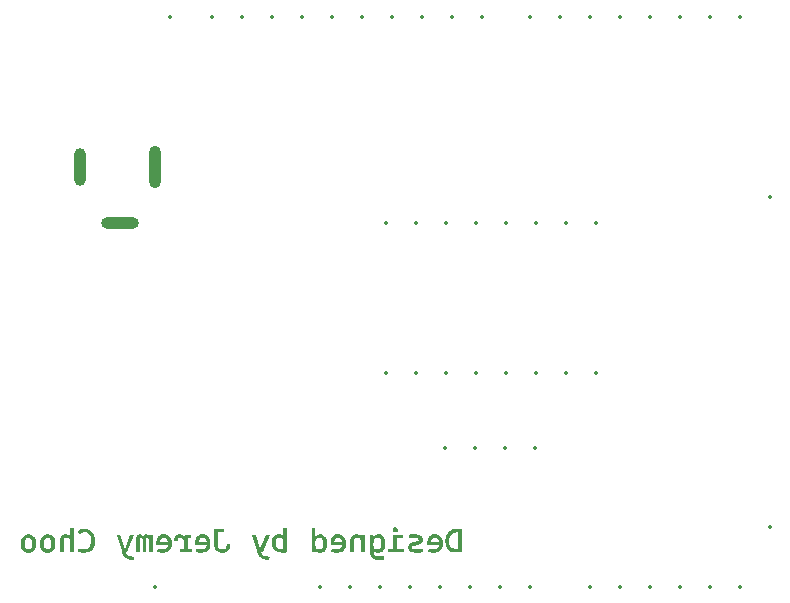
<source format=gbo>
%TF.GenerationSoftware,KiCad,Pcbnew,8.0.3*%
%TF.CreationDate,2024-07-23T15:51:26+08:00*%
%TF.ProjectId,Arduino Uno A4988 Shield,41726475-696e-46f2-9055-6e6f20413439,rev?*%
%TF.SameCoordinates,Original*%
%TF.FileFunction,Legend,Bot*%
%TF.FilePolarity,Positive*%
%FSLAX46Y46*%
G04 Gerber Fmt 4.6, Leading zero omitted, Abs format (unit mm)*
G04 Created by KiCad (PCBNEW 8.0.3) date 2024-07-23 15:51:26*
%MOMM*%
%LPD*%
G01*
G04 APERTURE LIST*
%ADD10C,0.300000*%
%ADD11C,0.350000*%
%ADD12O,1.000000X3.600000*%
%ADD13O,1.000000X3.200000*%
%ADD14O,3.200000X1.000000*%
G04 APERTURE END LIST*
D10*
G36*
X139976569Y-94554600D02*
G01*
X139488572Y-94554600D01*
X139432673Y-94553665D01*
X139326198Y-94546185D01*
X139226822Y-94531225D01*
X139091067Y-94494760D01*
X138971283Y-94441465D01*
X138867470Y-94371341D01*
X138779628Y-94284387D01*
X138707758Y-94180603D01*
X138651859Y-94059989D01*
X138611931Y-93922545D01*
X138594185Y-93821566D01*
X138583538Y-93713107D01*
X138579989Y-93597168D01*
X138899458Y-93597168D01*
X138904636Y-93716591D01*
X138920169Y-93824268D01*
X138946058Y-93920198D01*
X138996685Y-94029832D01*
X139065722Y-94118584D01*
X139153168Y-94186453D01*
X139259025Y-94233439D01*
X139383291Y-94259543D01*
X139488572Y-94265416D01*
X139659542Y-94265416D01*
X139659542Y-92874209D01*
X139488572Y-92874209D01*
X139452328Y-92874915D01*
X139350498Y-92885505D01*
X139230835Y-92919394D01*
X139129581Y-92975875D01*
X139046737Y-93054948D01*
X138982302Y-93156615D01*
X138946058Y-93247690D01*
X138920169Y-93351475D01*
X138904636Y-93467967D01*
X138899458Y-93597168D01*
X138579989Y-93597168D01*
X138583538Y-93474603D01*
X138594185Y-93359947D01*
X138611931Y-93253197D01*
X138636775Y-93154355D01*
X138687350Y-93020919D01*
X138753897Y-92905273D01*
X138836415Y-92807420D01*
X138934904Y-92727358D01*
X139049364Y-92665087D01*
X139179796Y-92620608D01*
X139275623Y-92600840D01*
X139378548Y-92588979D01*
X139488572Y-92585025D01*
X139976569Y-92585025D01*
X139976569Y-94554600D01*
G37*
G36*
X137723599Y-93023512D02*
G01*
X137835323Y-93035562D01*
X137936914Y-93062072D01*
X138028374Y-93103041D01*
X138109701Y-93158471D01*
X138180896Y-93228361D01*
X138222112Y-93282193D01*
X138273632Y-93372474D01*
X138312787Y-93474191D01*
X138339577Y-93587346D01*
X138352457Y-93690379D01*
X138356751Y-93801355D01*
X138353514Y-93893144D01*
X138340367Y-94000196D01*
X138317107Y-94098709D01*
X138275845Y-94205653D01*
X138220020Y-94300301D01*
X138149633Y-94382653D01*
X138080582Y-94441194D01*
X137986701Y-94498347D01*
X137880799Y-94541212D01*
X137783364Y-94566018D01*
X137677581Y-94580901D01*
X137563450Y-94585863D01*
X137474179Y-94584153D01*
X137372452Y-94579024D01*
X137323468Y-94575027D01*
X137223197Y-94562270D01*
X137119905Y-94544341D01*
X137159961Y-94255158D01*
X137255609Y-94272489D01*
X137353889Y-94286421D01*
X137430439Y-94293433D01*
X137530233Y-94296679D01*
X137582638Y-94295275D01*
X137690839Y-94281845D01*
X137785592Y-94254196D01*
X137875104Y-94206798D01*
X137946869Y-94143924D01*
X138003992Y-94059997D01*
X138038258Y-93960601D01*
X137059821Y-93960601D01*
X137052860Y-93856798D01*
X137050540Y-93753483D01*
X137051189Y-93709746D01*
X137051687Y-93702680D01*
X137345585Y-93702680D01*
X138051936Y-93702680D01*
X138034085Y-93597580D01*
X137996487Y-93498719D01*
X137940072Y-93417405D01*
X137880726Y-93366400D01*
X137785368Y-93324360D01*
X137681663Y-93311892D01*
X137607078Y-93318425D01*
X137511342Y-93352726D01*
X137434978Y-93416428D01*
X137384083Y-93497196D01*
X137354315Y-93596435D01*
X137345585Y-93702680D01*
X137051687Y-93702680D01*
X137058487Y-93606132D01*
X137077950Y-93492593D01*
X137109091Y-93390835D01*
X137151910Y-93300859D01*
X137216625Y-93210775D01*
X137283515Y-93146862D01*
X137373665Y-93089009D01*
X137476858Y-93049155D01*
X137575691Y-93029320D01*
X137684106Y-93022708D01*
X137723599Y-93023512D01*
G37*
G36*
X136162961Y-94585863D02*
G01*
X136261880Y-94584909D01*
X136360111Y-94581655D01*
X136447260Y-94576093D01*
X136549481Y-94564886D01*
X136649272Y-94547509D01*
X136677337Y-94541410D01*
X136641189Y-94250273D01*
X136536981Y-94265506D01*
X136436860Y-94278569D01*
X136371056Y-94285932D01*
X136270592Y-94293646D01*
X136169109Y-94296669D01*
X136162961Y-94296679D01*
X136061814Y-94294084D01*
X135957276Y-94283541D01*
X135857749Y-94257712D01*
X135851796Y-94255158D01*
X135773486Y-94190180D01*
X135758007Y-94127663D01*
X135789270Y-94037782D01*
X135880947Y-93993560D01*
X135889409Y-93991375D01*
X136224511Y-93904425D01*
X136327031Y-93874261D01*
X136425289Y-93835947D01*
X136513254Y-93787938D01*
X136548865Y-93761787D01*
X136612864Y-93684736D01*
X136645582Y-93592020D01*
X136653889Y-93500447D01*
X136644843Y-93396667D01*
X136612351Y-93294489D01*
X136556229Y-93209836D01*
X136476476Y-93142707D01*
X136464845Y-93135549D01*
X136371456Y-93091581D01*
X136274404Y-93062489D01*
X136161656Y-93041331D01*
X136055708Y-93029761D01*
X135938860Y-93023700D01*
X135863520Y-93022708D01*
X135762708Y-93024601D01*
X135662019Y-93030280D01*
X135561452Y-93039744D01*
X135461007Y-93052994D01*
X135495201Y-93332408D01*
X135597623Y-93323312D01*
X135695442Y-93316809D01*
X135706227Y-93316288D01*
X135805611Y-93312617D01*
X135871824Y-93311892D01*
X135970806Y-93313832D01*
X136078698Y-93322028D01*
X136180969Y-93340756D01*
X136216695Y-93352436D01*
X136297499Y-93407955D01*
X136320254Y-93478466D01*
X136279709Y-93559554D01*
X136185650Y-93598516D01*
X136148307Y-93608891D01*
X135878663Y-93675814D01*
X135782779Y-93702758D01*
X135687509Y-93738303D01*
X135598577Y-93784349D01*
X135535746Y-93830664D01*
X135472614Y-93908000D01*
X135435688Y-94006347D01*
X135424859Y-94113985D01*
X135433344Y-94216030D01*
X135463821Y-94316681D01*
X135516463Y-94400296D01*
X135591270Y-94466875D01*
X135602180Y-94473999D01*
X135689622Y-94517587D01*
X135796792Y-94550468D01*
X135904354Y-94570132D01*
X136005061Y-94580510D01*
X136115834Y-94585426D01*
X136162961Y-94585863D01*
G37*
G36*
X135031140Y-94554600D02*
G01*
X135031140Y-94265416D01*
X134476220Y-94265416D01*
X134476220Y-93343155D01*
X134948586Y-93343155D01*
X134948586Y-93053971D01*
X134153331Y-93053971D01*
X134153331Y-94265416D01*
X133705878Y-94265416D01*
X133705878Y-94554600D01*
X135031140Y-94554600D01*
G37*
G36*
X134324301Y-92866393D02*
G01*
X134422488Y-92843833D01*
X134479151Y-92802401D01*
X134532990Y-92716704D01*
X134543631Y-92647551D01*
X134520899Y-92548893D01*
X134479151Y-92492701D01*
X134393454Y-92439271D01*
X134324301Y-92428710D01*
X134225643Y-92451269D01*
X134169451Y-92492701D01*
X134116021Y-92577927D01*
X134105460Y-92647551D01*
X134128019Y-92745738D01*
X134169451Y-92802401D01*
X134254677Y-92855832D01*
X134324301Y-92866393D01*
G37*
G36*
X132971065Y-93027670D02*
G01*
X133067877Y-93046720D01*
X133168235Y-93087005D01*
X133255036Y-93146738D01*
X133328279Y-93225918D01*
X133371904Y-93293837D01*
X133414494Y-93387397D01*
X133446436Y-93494112D01*
X133464921Y-93593090D01*
X133476012Y-93701203D01*
X133479709Y-93818452D01*
X133478378Y-93887305D01*
X133470245Y-93995039D01*
X133454717Y-94093996D01*
X133426324Y-94201157D01*
X133387284Y-94295679D01*
X133328279Y-94389980D01*
X133277346Y-94446411D01*
X133194418Y-94509346D01*
X133097934Y-94553534D01*
X132987892Y-94578976D01*
X132882780Y-94585863D01*
X132790727Y-94579487D01*
X132692385Y-94554378D01*
X132602878Y-94505262D01*
X132566058Y-94473303D01*
X132508905Y-94392157D01*
X132485153Y-94303811D01*
X132485153Y-94457879D01*
X132485706Y-94484265D01*
X132497358Y-94592612D01*
X132527888Y-94693057D01*
X132582850Y-94779303D01*
X132608640Y-94804483D01*
X132698691Y-94857592D01*
X132793234Y-94883442D01*
X132893038Y-94893120D01*
X133376150Y-94906798D01*
X133360519Y-95203797D01*
X132919416Y-95189631D01*
X132824299Y-95183677D01*
X132714719Y-95168422D01*
X132615490Y-95144484D01*
X132510081Y-95104299D01*
X132419577Y-95051611D01*
X132343980Y-94986421D01*
X132291630Y-94921866D01*
X132240522Y-94831145D01*
X132202191Y-94725964D01*
X132180009Y-94627267D01*
X132166700Y-94518529D01*
X132162263Y-94399750D01*
X132162263Y-93753971D01*
X132485153Y-93753971D01*
X132485153Y-93854600D01*
X132488081Y-93935001D01*
X132505974Y-94051429D01*
X132548919Y-94162145D01*
X132615288Y-94241228D01*
X132705082Y-94288678D01*
X132818300Y-94304495D01*
X132839307Y-94304020D01*
X132951346Y-94281237D01*
X133039376Y-94224279D01*
X133103398Y-94133146D01*
X133138411Y-94031095D01*
X133154416Y-93932368D01*
X133159751Y-93818452D01*
X133158417Y-93756164D01*
X133147747Y-93643644D01*
X133126406Y-93547199D01*
X133084725Y-93449247D01*
X133012700Y-93364857D01*
X132916667Y-93316634D01*
X132818300Y-93304076D01*
X132722325Y-93315060D01*
X132628627Y-93357238D01*
X132558354Y-93431049D01*
X132511505Y-93536493D01*
X132490358Y-93648527D01*
X132485153Y-93753971D01*
X132162263Y-93753971D01*
X132162263Y-93053971D01*
X132455843Y-93053971D01*
X132476427Y-93285539D01*
X132481299Y-93262816D01*
X132527109Y-93173192D01*
X132597016Y-93104774D01*
X132680591Y-93058051D01*
X132779520Y-93030723D01*
X132882780Y-93022708D01*
X132971065Y-93027670D01*
G37*
G36*
X130845795Y-94554600D02*
G01*
X130845795Y-93575674D01*
X130858136Y-93475189D01*
X130906308Y-93384094D01*
X130910275Y-93379791D01*
X130993155Y-93326811D01*
X131091014Y-93311892D01*
X131202406Y-93325768D01*
X131303235Y-93377032D01*
X131372695Y-93466070D01*
X131407265Y-93572453D01*
X131418468Y-93682305D01*
X131418788Y-93706588D01*
X131418788Y-94554600D01*
X131741189Y-94554600D01*
X131741189Y-93053971D01*
X131447609Y-93053971D01*
X131424650Y-93317754D01*
X131421231Y-93317754D01*
X131399609Y-93217484D01*
X131343346Y-93126723D01*
X131253657Y-93064199D01*
X131150176Y-93033081D01*
X131045183Y-93022996D01*
X131022138Y-93022708D01*
X130923369Y-93029721D01*
X130822970Y-93054908D01*
X130725932Y-93105140D01*
X130653820Y-93169254D01*
X130596545Y-93249885D01*
X130555634Y-93345231D01*
X130533261Y-93440730D01*
X130523417Y-93547497D01*
X130522905Y-93580071D01*
X130522905Y-94554600D01*
X130845795Y-94554600D01*
G37*
G36*
X129526809Y-93023512D02*
G01*
X129638533Y-93035562D01*
X129740124Y-93062072D01*
X129831584Y-93103041D01*
X129912911Y-93158471D01*
X129984106Y-93228361D01*
X130025322Y-93282193D01*
X130076842Y-93372474D01*
X130115997Y-93474191D01*
X130142787Y-93587346D01*
X130155667Y-93690379D01*
X130159961Y-93801355D01*
X130156724Y-93893144D01*
X130143577Y-94000196D01*
X130120317Y-94098709D01*
X130079055Y-94205653D01*
X130023230Y-94300301D01*
X129952843Y-94382653D01*
X129883792Y-94441194D01*
X129789911Y-94498347D01*
X129684009Y-94541212D01*
X129586574Y-94566018D01*
X129480791Y-94580901D01*
X129366660Y-94585863D01*
X129277389Y-94584153D01*
X129175662Y-94579024D01*
X129126678Y-94575027D01*
X129026407Y-94562270D01*
X128923115Y-94544341D01*
X128963171Y-94255158D01*
X129058819Y-94272489D01*
X129157099Y-94286421D01*
X129233649Y-94293433D01*
X129333443Y-94296679D01*
X129385848Y-94295275D01*
X129494049Y-94281845D01*
X129588803Y-94254196D01*
X129678314Y-94206798D01*
X129750079Y-94143924D01*
X129807202Y-94059997D01*
X129841468Y-93960601D01*
X128863031Y-93960601D01*
X128856070Y-93856798D01*
X128853750Y-93753483D01*
X128854399Y-93709746D01*
X128854897Y-93702680D01*
X129148795Y-93702680D01*
X129855146Y-93702680D01*
X129837295Y-93597580D01*
X129799697Y-93498719D01*
X129743282Y-93417405D01*
X129683936Y-93366400D01*
X129588578Y-93324360D01*
X129484873Y-93311892D01*
X129410288Y-93318425D01*
X129314552Y-93352726D01*
X129238188Y-93416428D01*
X129187294Y-93497196D01*
X129157525Y-93596435D01*
X129148795Y-93702680D01*
X128854897Y-93702680D01*
X128861697Y-93606132D01*
X128881160Y-93492593D01*
X128912301Y-93390835D01*
X128955120Y-93300859D01*
X129019835Y-93210775D01*
X129086725Y-93146862D01*
X129176875Y-93089009D01*
X129280068Y-93049155D01*
X129378901Y-93029320D01*
X129487316Y-93022708D01*
X129526809Y-93023512D01*
G37*
G36*
X127567079Y-93304706D02*
G01*
X127574696Y-93267176D01*
X127617114Y-93177019D01*
X127689200Y-93103309D01*
X127770021Y-93057420D01*
X127865387Y-93030579D01*
X127964706Y-93022708D01*
X128052991Y-93027670D01*
X128149803Y-93046720D01*
X128250161Y-93087005D01*
X128336962Y-93146738D01*
X128410205Y-93225918D01*
X128453830Y-93293837D01*
X128496420Y-93387397D01*
X128528362Y-93494112D01*
X128546847Y-93593090D01*
X128557938Y-93701203D01*
X128561635Y-93818452D01*
X128560304Y-93887305D01*
X128552171Y-93995039D01*
X128536643Y-94093996D01*
X128508250Y-94201157D01*
X128469210Y-94295679D01*
X128410205Y-94389980D01*
X128359272Y-94446411D01*
X128276345Y-94509346D01*
X128179860Y-94553534D01*
X128069818Y-94578976D01*
X127964706Y-94585863D01*
X127872653Y-94579332D01*
X127774311Y-94553615D01*
X127684804Y-94503309D01*
X127647984Y-94470685D01*
X127590831Y-94388571D01*
X127564636Y-94290817D01*
X127564148Y-94290817D01*
X127535327Y-94571208D01*
X127244190Y-94553623D01*
X127244190Y-93753971D01*
X127567079Y-93753971D01*
X127567079Y-93854600D01*
X127570007Y-93935001D01*
X127587900Y-94051429D01*
X127630845Y-94162145D01*
X127697214Y-94241228D01*
X127787008Y-94288678D01*
X127900226Y-94304495D01*
X127921233Y-94304020D01*
X128033272Y-94281237D01*
X128121302Y-94224279D01*
X128185324Y-94133146D01*
X128220337Y-94031095D01*
X128236342Y-93932368D01*
X128241677Y-93818452D01*
X128240344Y-93756164D01*
X128229673Y-93643644D01*
X128208332Y-93547199D01*
X128166651Y-93449247D01*
X128094626Y-93364857D01*
X127998593Y-93316634D01*
X127900226Y-93304076D01*
X127804251Y-93315060D01*
X127710553Y-93357238D01*
X127640280Y-93431049D01*
X127593431Y-93536493D01*
X127572284Y-93648527D01*
X127567079Y-93753971D01*
X127244190Y-93753971D01*
X127244190Y-92459973D01*
X127567079Y-92459973D01*
X127567079Y-93304706D01*
G37*
G36*
X125191084Y-94556553D02*
G01*
X125184017Y-94557432D01*
X125081908Y-94569010D01*
X124981035Y-94578047D01*
X124883705Y-94583909D01*
X124785153Y-94585863D01*
X124705533Y-94583836D01*
X124604702Y-94574830D01*
X124487230Y-94553439D01*
X124379274Y-94520791D01*
X124280835Y-94476884D01*
X124191913Y-94421720D01*
X124112508Y-94355297D01*
X124069819Y-94310335D01*
X124008002Y-94228108D01*
X123957849Y-94136770D01*
X123919359Y-94036320D01*
X123892533Y-93926759D01*
X123877371Y-93808087D01*
X123873638Y-93706588D01*
X124193596Y-93706588D01*
X124194820Y-93759285D01*
X124204609Y-93857722D01*
X124228401Y-93960845D01*
X124271907Y-94063244D01*
X124332815Y-94149156D01*
X124350614Y-94167967D01*
X124430970Y-94231073D01*
X124525980Y-94274762D01*
X124621136Y-94297062D01*
X124727511Y-94304495D01*
X124805180Y-94304006D01*
X124868195Y-94301075D01*
X124868195Y-93712450D01*
X124862646Y-93616737D01*
X124840104Y-93515043D01*
X124790164Y-93419330D01*
X124715254Y-93352331D01*
X124615374Y-93314046D01*
X124513066Y-93304076D01*
X124449326Y-93309032D01*
X124355720Y-93340585D01*
X124276639Y-93407635D01*
X124271530Y-93414197D01*
X124222872Y-93506933D01*
X124200165Y-93603943D01*
X124193596Y-93706588D01*
X123873638Y-93706588D01*
X123879408Y-93589575D01*
X123896719Y-93482900D01*
X123925570Y-93386563D01*
X123973816Y-93287237D01*
X124037769Y-93201983D01*
X124103858Y-93141057D01*
X124192899Y-93085910D01*
X124294797Y-93047919D01*
X124392370Y-93029011D01*
X124499388Y-93022708D01*
X124521017Y-93022993D01*
X124619470Y-93032961D01*
X124716299Y-93063718D01*
X124799877Y-93125518D01*
X124851806Y-93215227D01*
X124868195Y-93299298D01*
X124868195Y-92459973D01*
X125191084Y-92459973D01*
X125191084Y-94556553D01*
G37*
G36*
X123671405Y-95204774D02*
G01*
X123687037Y-94917056D01*
X123444259Y-94888235D01*
X123343624Y-94869965D01*
X123246589Y-94835872D01*
X123163869Y-94787119D01*
X123087482Y-94716181D01*
X123028081Y-94634018D01*
X122987037Y-94554600D01*
X123115020Y-94554600D01*
X123707065Y-93053971D01*
X123371475Y-93053971D01*
X122895690Y-94290329D01*
X122897644Y-94290329D01*
X122542026Y-93053971D01*
X122206437Y-93053971D01*
X122633373Y-94405611D01*
X122665252Y-94500958D01*
X122704312Y-94603166D01*
X122745381Y-94695650D01*
X122794779Y-94789439D01*
X122820463Y-94831571D01*
X122881806Y-94916656D01*
X122949332Y-94988913D01*
X123031611Y-95054152D01*
X123066660Y-95075814D01*
X123161294Y-95121027D01*
X123255846Y-95151849D01*
X123359286Y-95173320D01*
X123408111Y-95179861D01*
X123671405Y-95204774D01*
G37*
G36*
X119692689Y-94585863D02*
G01*
X119791622Y-94581343D01*
X119900707Y-94563986D01*
X119999282Y-94533612D01*
X120087346Y-94490221D01*
X120176805Y-94423145D01*
X120199737Y-94400727D01*
X120269401Y-94311896D01*
X120315494Y-94223625D01*
X120349016Y-94124157D01*
X120369968Y-94013492D01*
X120377825Y-93912718D01*
X120378523Y-93870231D01*
X120061496Y-93870231D01*
X120055390Y-93971531D01*
X120033923Y-94069582D01*
X119991944Y-94158769D01*
X119963799Y-94195563D01*
X119886657Y-94257582D01*
X119790236Y-94293857D01*
X119685850Y-94304495D01*
X119584728Y-94294000D01*
X119491676Y-94258213D01*
X119417672Y-94197028D01*
X119363996Y-94111842D01*
X119334534Y-94015366D01*
X119323762Y-93913038D01*
X119323394Y-93888305D01*
X119323394Y-92874209D01*
X119823603Y-92874209D01*
X119823603Y-92585025D01*
X119006367Y-92585025D01*
X119006367Y-93891724D01*
X119010815Y-93991034D01*
X119027897Y-94100760D01*
X119057790Y-94200182D01*
X119100494Y-94289300D01*
X119166508Y-94380248D01*
X119188572Y-94403657D01*
X119274805Y-94474653D01*
X119374502Y-94528212D01*
X119470672Y-94560240D01*
X119576735Y-94579457D01*
X119692689Y-94585863D01*
G37*
G36*
X118051303Y-93023512D02*
G01*
X118163027Y-93035562D01*
X118264618Y-93062072D01*
X118356078Y-93103041D01*
X118437405Y-93158471D01*
X118508600Y-93228361D01*
X118549816Y-93282193D01*
X118601336Y-93372474D01*
X118640491Y-93474191D01*
X118667281Y-93587346D01*
X118680161Y-93690379D01*
X118684455Y-93801355D01*
X118681218Y-93893144D01*
X118668071Y-94000196D01*
X118644811Y-94098709D01*
X118603549Y-94205653D01*
X118547724Y-94300301D01*
X118477337Y-94382653D01*
X118408286Y-94441194D01*
X118314405Y-94498347D01*
X118208503Y-94541212D01*
X118111068Y-94566018D01*
X118005285Y-94580901D01*
X117891154Y-94585863D01*
X117801883Y-94584153D01*
X117700156Y-94579024D01*
X117651172Y-94575027D01*
X117550901Y-94562270D01*
X117447609Y-94544341D01*
X117487665Y-94255158D01*
X117583313Y-94272489D01*
X117681594Y-94286421D01*
X117758143Y-94293433D01*
X117857937Y-94296679D01*
X117910342Y-94295275D01*
X118018543Y-94281845D01*
X118113297Y-94254196D01*
X118202808Y-94206798D01*
X118274573Y-94143924D01*
X118331696Y-94059997D01*
X118365962Y-93960601D01*
X117387525Y-93960601D01*
X117380564Y-93856798D01*
X117378244Y-93753483D01*
X117378893Y-93709746D01*
X117379391Y-93702680D01*
X117673289Y-93702680D01*
X118379640Y-93702680D01*
X118361789Y-93597580D01*
X118324191Y-93498719D01*
X118267776Y-93417405D01*
X118208430Y-93366400D01*
X118113072Y-93324360D01*
X118009367Y-93311892D01*
X117934782Y-93318425D01*
X117839046Y-93352726D01*
X117762682Y-93416428D01*
X117711788Y-93497196D01*
X117682019Y-93596435D01*
X117673289Y-93702680D01*
X117379391Y-93702680D01*
X117386191Y-93606132D01*
X117405654Y-93492593D01*
X117436795Y-93390835D01*
X117479614Y-93300859D01*
X117544329Y-93210775D01*
X117611219Y-93146862D01*
X117701369Y-93089009D01*
X117804562Y-93049155D01*
X117903395Y-93029320D01*
X118011810Y-93022708D01*
X118051303Y-93023512D01*
G37*
G36*
X116461356Y-93905890D02*
G01*
X116461356Y-94265416D01*
X116104273Y-94265416D01*
X116104273Y-94554600D01*
X117108111Y-94554600D01*
X117108111Y-94265416D01*
X116783757Y-94265416D01*
X116783757Y-93343155D01*
X117052912Y-93343155D01*
X117052912Y-93053971D01*
X116518021Y-93053971D01*
X116468684Y-93427663D01*
X116464287Y-93427663D01*
X116447558Y-93311001D01*
X116412939Y-93214113D01*
X116347783Y-93123947D01*
X116256868Y-93062255D01*
X116161427Y-93032595D01*
X116048097Y-93022708D01*
X115939562Y-93031196D01*
X115836509Y-93061034D01*
X115745662Y-93119386D01*
X115709577Y-93158507D01*
X115658572Y-93248414D01*
X115627248Y-93351492D01*
X115610658Y-93459567D01*
X115604476Y-93565487D01*
X115604064Y-93603518D01*
X115924022Y-93603518D01*
X115929217Y-93499115D01*
X115950855Y-93402304D01*
X115967986Y-93369045D01*
X116048188Y-93311753D01*
X116108670Y-93304076D01*
X116210298Y-93319198D01*
X116302253Y-93370764D01*
X116367817Y-93449399D01*
X116373429Y-93458926D01*
X116415933Y-93556690D01*
X116442036Y-93661951D01*
X116455861Y-93768229D01*
X116461013Y-93869855D01*
X116461356Y-93905890D01*
G37*
G36*
X114772587Y-93023512D02*
G01*
X114884311Y-93035562D01*
X114985902Y-93062072D01*
X115077362Y-93103041D01*
X115158689Y-93158471D01*
X115229884Y-93228361D01*
X115271100Y-93282193D01*
X115322620Y-93372474D01*
X115361775Y-93474191D01*
X115388565Y-93587346D01*
X115401445Y-93690379D01*
X115405739Y-93801355D01*
X115402502Y-93893144D01*
X115389355Y-94000196D01*
X115366095Y-94098709D01*
X115324833Y-94205653D01*
X115269009Y-94300301D01*
X115198621Y-94382653D01*
X115129570Y-94441194D01*
X115035689Y-94498347D01*
X114929787Y-94541212D01*
X114832352Y-94566018D01*
X114726569Y-94580901D01*
X114612438Y-94585863D01*
X114523167Y-94584153D01*
X114421440Y-94579024D01*
X114372456Y-94575027D01*
X114272185Y-94562270D01*
X114168893Y-94544341D01*
X114208949Y-94255158D01*
X114304597Y-94272489D01*
X114402878Y-94286421D01*
X114479427Y-94293433D01*
X114579221Y-94296679D01*
X114631626Y-94295275D01*
X114739827Y-94281845D01*
X114834581Y-94254196D01*
X114924092Y-94206798D01*
X114995857Y-94143924D01*
X115052980Y-94059997D01*
X115087246Y-93960601D01*
X114108809Y-93960601D01*
X114101848Y-93856798D01*
X114099528Y-93753483D01*
X114100177Y-93709746D01*
X114100675Y-93702680D01*
X114394573Y-93702680D01*
X115100924Y-93702680D01*
X115083073Y-93597580D01*
X115045475Y-93498719D01*
X114989060Y-93417405D01*
X114929714Y-93366400D01*
X114834356Y-93324360D01*
X114730651Y-93311892D01*
X114656066Y-93318425D01*
X114560330Y-93352726D01*
X114483966Y-93416428D01*
X114433072Y-93497196D01*
X114403303Y-93596435D01*
X114394573Y-93702680D01*
X114100675Y-93702680D01*
X114107475Y-93606132D01*
X114126938Y-93492593D01*
X114158079Y-93390835D01*
X114200898Y-93300859D01*
X114265613Y-93210775D01*
X114332503Y-93146862D01*
X114422653Y-93089009D01*
X114525846Y-93049155D01*
X114624679Y-93029320D01*
X114733094Y-93022708D01*
X114772587Y-93023512D01*
G37*
G36*
X112735676Y-94554600D02*
G01*
X112735676Y-93410566D01*
X112757035Y-93311691D01*
X112832885Y-93272813D01*
X112924046Y-93313492D01*
X112957906Y-93414558D01*
X112959891Y-93457949D01*
X112959891Y-94554600D01*
X113238816Y-94554600D01*
X113238816Y-93382722D01*
X113273947Y-93290952D01*
X113338467Y-93272813D01*
X113427876Y-93313492D01*
X113461085Y-93414558D01*
X113463031Y-93457949D01*
X113463031Y-94554600D01*
X113785432Y-94554600D01*
X113785432Y-93053971D01*
X113497225Y-93053971D01*
X113478174Y-93235200D01*
X113485013Y-93235200D01*
X113457355Y-93132482D01*
X113383663Y-93057778D01*
X113278674Y-93026029D01*
X113220254Y-93022708D01*
X113120545Y-93040483D01*
X113057099Y-93078884D01*
X112995729Y-93159651D01*
X112972591Y-93231780D01*
X112976499Y-93231780D01*
X112942709Y-93135970D01*
X112904692Y-93089142D01*
X112819289Y-93037306D01*
X112717602Y-93022708D01*
X112618615Y-93032983D01*
X112527825Y-93071618D01*
X112486060Y-93109659D01*
X112438935Y-93197155D01*
X112417824Y-93297512D01*
X112413275Y-93385653D01*
X112413275Y-94554600D01*
X112735676Y-94554600D01*
G37*
G36*
X112195899Y-95204774D02*
G01*
X112211531Y-94917056D01*
X111968753Y-94888235D01*
X111868118Y-94869965D01*
X111771083Y-94835872D01*
X111688363Y-94787119D01*
X111611976Y-94716181D01*
X111552575Y-94634018D01*
X111511531Y-94554600D01*
X111639514Y-94554600D01*
X112231559Y-93053971D01*
X111895969Y-93053971D01*
X111420184Y-94290329D01*
X111422138Y-94290329D01*
X111066520Y-93053971D01*
X110730931Y-93053971D01*
X111157867Y-94405611D01*
X111189747Y-94500958D01*
X111228806Y-94603166D01*
X111269875Y-94695650D01*
X111319273Y-94789439D01*
X111344957Y-94831571D01*
X111406300Y-94916656D01*
X111473826Y-94988913D01*
X111556105Y-95054152D01*
X111591154Y-95075814D01*
X111685788Y-95121027D01*
X111780341Y-95151849D01*
X111883780Y-95173320D01*
X111932605Y-95179861D01*
X112195899Y-95204774D01*
G37*
G36*
X107977825Y-94585863D02*
G01*
X108089860Y-94581882D01*
X108194667Y-94569941D01*
X108292246Y-94550039D01*
X108425062Y-94505260D01*
X108541614Y-94442568D01*
X108641903Y-94361965D01*
X108725930Y-94263451D01*
X108793693Y-94147024D01*
X108845193Y-94012686D01*
X108870491Y-93913176D01*
X108888561Y-93805705D01*
X108899403Y-93690274D01*
X108903017Y-93566881D01*
X108899369Y-93449958D01*
X108888424Y-93339766D01*
X108870182Y-93236306D01*
X108844643Y-93139579D01*
X108802459Y-93028136D01*
X108748873Y-92927211D01*
X108683886Y-92836806D01*
X108669521Y-92819987D01*
X108591750Y-92743291D01*
X108504676Y-92679595D01*
X108408300Y-92628898D01*
X108302622Y-92591200D01*
X108187642Y-92566501D01*
X108088961Y-92556102D01*
X108011042Y-92553762D01*
X107911696Y-92557823D01*
X107807669Y-92572098D01*
X107711833Y-92596652D01*
X107652494Y-92618731D01*
X107563813Y-92665824D01*
X107483564Y-92732613D01*
X107421440Y-92815102D01*
X107646632Y-93039317D01*
X107712055Y-92957505D01*
X107791696Y-92894128D01*
X107808809Y-92884467D01*
X107904552Y-92847464D01*
X108008111Y-92835130D01*
X108116066Y-92844036D01*
X108214250Y-92870753D01*
X108302664Y-92915282D01*
X108381307Y-92977623D01*
X108421859Y-93021243D01*
X108482576Y-93110311D01*
X108528381Y-93214666D01*
X108555773Y-93316281D01*
X108572207Y-93429127D01*
X108577534Y-93531744D01*
X108577686Y-93553204D01*
X108572006Y-93687468D01*
X108554965Y-93808525D01*
X108526565Y-93916377D01*
X108486804Y-94011022D01*
X108416119Y-94116672D01*
X108325238Y-94198845D01*
X108214161Y-94257539D01*
X108117599Y-94286153D01*
X108009678Y-94301560D01*
X107931419Y-94304495D01*
X107832714Y-94298969D01*
X107732483Y-94282391D01*
X107630726Y-94254761D01*
X107527441Y-94216079D01*
X107456611Y-94487677D01*
X107552478Y-94521045D01*
X107649204Y-94547509D01*
X107746789Y-94567069D01*
X107845232Y-94579726D01*
X107944534Y-94585479D01*
X107977825Y-94585863D01*
G37*
G36*
X106255425Y-94554600D02*
G01*
X106255425Y-93580071D01*
X106266066Y-93481405D01*
X106308381Y-93388745D01*
X106319905Y-93374907D01*
X106402785Y-93319639D01*
X106500645Y-93304076D01*
X106612036Y-93318382D01*
X106700382Y-93361298D01*
X106774323Y-93447527D01*
X106812734Y-93552433D01*
X106827138Y-93661711D01*
X106828418Y-93710985D01*
X106828418Y-94554600D01*
X107150819Y-94554600D01*
X107150819Y-92459973D01*
X106828418Y-92459973D01*
X106828418Y-93314334D01*
X106830861Y-93314334D01*
X106809240Y-93215227D01*
X106752976Y-93125518D01*
X106663287Y-93063718D01*
X106559807Y-93032961D01*
X106454813Y-93022993D01*
X106431768Y-93022708D01*
X106332999Y-93029721D01*
X106232600Y-93054908D01*
X106135563Y-93105140D01*
X106063450Y-93169254D01*
X106006175Y-93249885D01*
X105965264Y-93345231D01*
X105942891Y-93440730D01*
X105933047Y-93547497D01*
X105932536Y-93580071D01*
X105932536Y-94554600D01*
X106255425Y-94554600D01*
G37*
G36*
X104921541Y-93022908D02*
G01*
X105031221Y-93032502D01*
X105131216Y-93056488D01*
X105221525Y-93094864D01*
X105314643Y-93157826D01*
X105383966Y-93227384D01*
X105433361Y-93295436D01*
X105481584Y-93387897D01*
X105517751Y-93492139D01*
X105538681Y-93588007D01*
X105551239Y-93692055D01*
X105555425Y-93804285D01*
X105552746Y-93894396D01*
X105541862Y-93999778D01*
X105522606Y-94097098D01*
X105488449Y-94203241D01*
X105442235Y-94297774D01*
X105383966Y-94380699D01*
X105373085Y-94393321D01*
X105302148Y-94460640D01*
X105207146Y-94520947D01*
X105115223Y-94557011D01*
X105013614Y-94578650D01*
X104902319Y-94585863D01*
X104883038Y-94585662D01*
X104773083Y-94576045D01*
X104672951Y-94552003D01*
X104582643Y-94513534D01*
X104489698Y-94450422D01*
X104420672Y-94380699D01*
X104371278Y-94312401D01*
X104323055Y-94219803D01*
X104286888Y-94115595D01*
X104265958Y-94019887D01*
X104253400Y-93916117D01*
X104249214Y-93804285D01*
X104582850Y-93804285D01*
X104584889Y-93875932D01*
X104596636Y-93979353D01*
X104622331Y-94079208D01*
X104666381Y-94169673D01*
X104718815Y-94231067D01*
X104805678Y-94281671D01*
X104902319Y-94296679D01*
X104974432Y-94288741D01*
X105066344Y-94247067D01*
X105138746Y-94169673D01*
X105175291Y-94099026D01*
X105203923Y-94003052D01*
X105218280Y-93903081D01*
X105222277Y-93804285D01*
X105220238Y-93732241D01*
X105208492Y-93628430D01*
X105182796Y-93528503D01*
X105138746Y-93438410D01*
X105086273Y-93377251D01*
X104999239Y-93326842D01*
X104902319Y-93311892D01*
X104830420Y-93319799D01*
X104738715Y-93361313D01*
X104666381Y-93438410D01*
X104629836Y-93508721D01*
X104601204Y-93604681D01*
X104586847Y-93704966D01*
X104582850Y-93804285D01*
X104249214Y-93804285D01*
X104251893Y-93713847D01*
X104262777Y-93608162D01*
X104282032Y-93510658D01*
X104316190Y-93404452D01*
X104362403Y-93310028D01*
X104420672Y-93227384D01*
X104502157Y-93147632D01*
X104597012Y-93087469D01*
X104688958Y-93051491D01*
X104790727Y-93029904D01*
X104902319Y-93022708D01*
X104921541Y-93022908D01*
G37*
G36*
X103282183Y-93022908D02*
G01*
X103391863Y-93032502D01*
X103491858Y-93056488D01*
X103582167Y-93094864D01*
X103675285Y-93157826D01*
X103744608Y-93227384D01*
X103794003Y-93295436D01*
X103842226Y-93387897D01*
X103878393Y-93492139D01*
X103899323Y-93588007D01*
X103911881Y-93692055D01*
X103916067Y-93804285D01*
X103913388Y-93894396D01*
X103902504Y-93999778D01*
X103883248Y-94097098D01*
X103849091Y-94203241D01*
X103802877Y-94297774D01*
X103744608Y-94380699D01*
X103733727Y-94393321D01*
X103662790Y-94460640D01*
X103567788Y-94520947D01*
X103475865Y-94557011D01*
X103374256Y-94578650D01*
X103262961Y-94585863D01*
X103243680Y-94585662D01*
X103133725Y-94576045D01*
X103033593Y-94552003D01*
X102943285Y-94513534D01*
X102850340Y-94450422D01*
X102781314Y-94380699D01*
X102731920Y-94312401D01*
X102683697Y-94219803D01*
X102647530Y-94115595D01*
X102626600Y-94019887D01*
X102614042Y-93916117D01*
X102609856Y-93804285D01*
X102943492Y-93804285D01*
X102945531Y-93875932D01*
X102957278Y-93979353D01*
X102982973Y-94079208D01*
X103027023Y-94169673D01*
X103079457Y-94231067D01*
X103166320Y-94281671D01*
X103262961Y-94296679D01*
X103335074Y-94288741D01*
X103426986Y-94247067D01*
X103499388Y-94169673D01*
X103535933Y-94099026D01*
X103564565Y-94003052D01*
X103578922Y-93903081D01*
X103582919Y-93804285D01*
X103580880Y-93732241D01*
X103569134Y-93628430D01*
X103543438Y-93528503D01*
X103499388Y-93438410D01*
X103446915Y-93377251D01*
X103359881Y-93326842D01*
X103262961Y-93311892D01*
X103191062Y-93319799D01*
X103099357Y-93361313D01*
X103027023Y-93438410D01*
X102990478Y-93508721D01*
X102961846Y-93604681D01*
X102947489Y-93704966D01*
X102943492Y-93804285D01*
X102609856Y-93804285D01*
X102612535Y-93713847D01*
X102623419Y-93608162D01*
X102642674Y-93510658D01*
X102676832Y-93404452D01*
X102723045Y-93310028D01*
X102781314Y-93227384D01*
X102862799Y-93147632D01*
X102957654Y-93087469D01*
X103049600Y-93051491D01*
X103151369Y-93029904D01*
X103262961Y-93022708D01*
X103282183Y-93022908D01*
G37*
D11*
X127940000Y-97460000D03*
X130480000Y-97460000D03*
X133020000Y-97460000D03*
X135560000Y-97460000D03*
X138100000Y-97460000D03*
X140640000Y-97460000D03*
X143180000Y-97460000D03*
X145720000Y-97460000D03*
X150800000Y-97460000D03*
X153340000Y-97460000D03*
X155880000Y-97460000D03*
X158420000Y-97460000D03*
X160960000Y-97460000D03*
X163500000Y-97460000D03*
X118796000Y-49200000D03*
X121336000Y-49200000D03*
X123876000Y-49200000D03*
X126416000Y-49200000D03*
X128956000Y-49200000D03*
X131496000Y-49200000D03*
X134036000Y-49200000D03*
X136576000Y-49200000D03*
X139116000Y-49200000D03*
X141656000Y-49200000D03*
X145720000Y-49200000D03*
X148260000Y-49200000D03*
X150800000Y-49200000D03*
X153340000Y-49200000D03*
X155880000Y-49200000D03*
X158420000Y-49200000D03*
X160960000Y-49200000D03*
X163500000Y-49200000D03*
D12*
X113950000Y-61900000D03*
D13*
X107650000Y-61900000D03*
D14*
X111050000Y-66700000D03*
D11*
X115240000Y-49200000D03*
X138567200Y-85750600D03*
X141107200Y-85750600D03*
X143647200Y-85750600D03*
X146187200Y-85750600D03*
X133520000Y-79340000D03*
X136060000Y-79340000D03*
X138600000Y-79340000D03*
X141140000Y-79340000D03*
X143680000Y-79340000D03*
X146220000Y-79340000D03*
X148760000Y-79340000D03*
X151300000Y-79340000D03*
X151300000Y-66640000D03*
X148760000Y-66640000D03*
X146220000Y-66640000D03*
X143680000Y-66640000D03*
X141140000Y-66640000D03*
X138600000Y-66640000D03*
X136060000Y-66640000D03*
X133520000Y-66640000D03*
X113970000Y-97460000D03*
X166040000Y-64440000D03*
X166040000Y-92380000D03*
M02*

</source>
